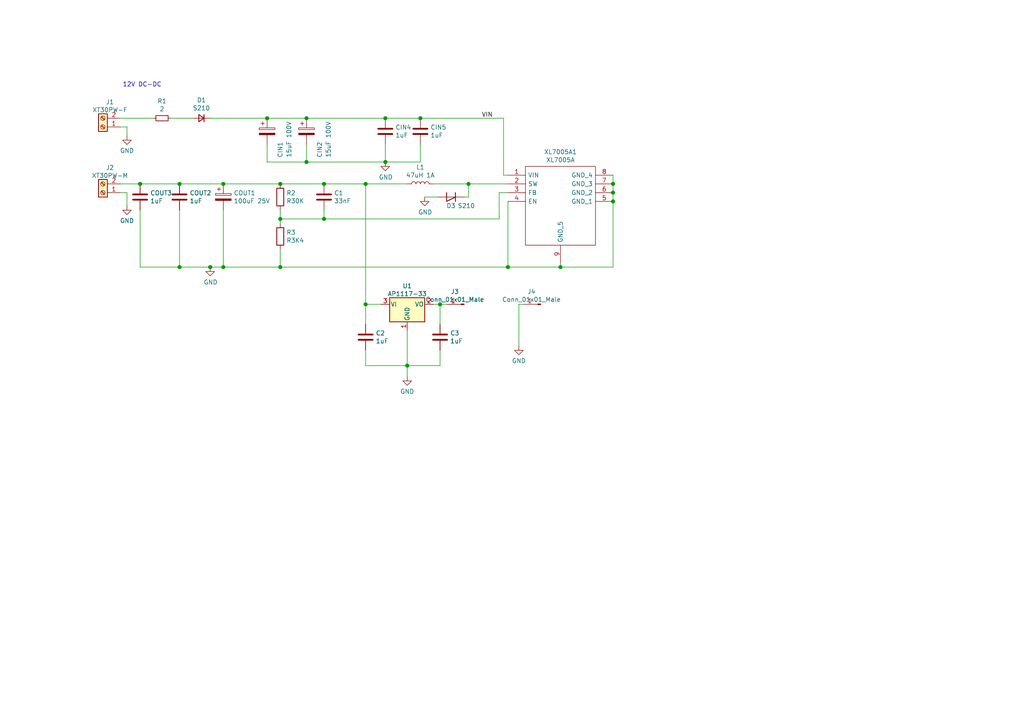
<source format=kicad_sch>
(kicad_sch (version 20210406) (generator eeschema)
  (paper "A4")
  (lib_symbols
    (symbol "Connector:Conn_01x01_Male" (pin_names (offset 1.016) hide)
      (property "Reference" "J" (at 0 2.54 0))
      (property "Value" "Conn_01x01_Male" (at 0 -2.54 0))
      (symbol "Conn_01x01_Male_1_1"
        (rectangle (start 0.8636 0.127) (end 0 -0.127) (stroke (width 0.1524)) (fill (type outline)))
        (polyline (pts (xy 1.27 0) (xy 0.8636 0)) (stroke (width 0.1524)))
        (pin passive line (at 5.08 0 180) (length 3.81) (name "Pin_1") (number "1"))
      )
    )
    (symbol "Connector:Screw_Terminal_01x02" (pin_names (offset 1.016) hide)
      (property "Reference" "J" (at 0 2.54 0))
      (property "Value" "Screw_Terminal_01x02" (at 0 -5.08 0))
      (symbol "Screw_Terminal_01x02_1_1"
        (circle (center 0 -2.54) (radius 0.635) (stroke (width 0.1524)))
        (circle (center 0 0) (radius 0.635) (stroke (width 0.1524)))
        (rectangle (start -1.27 1.27) (end 1.27 -3.81) (stroke (width 0.254)) (fill (type background)))
        (polyline (pts (xy -0.5334 -2.2098) (xy 0.3302 -3.048)) (stroke (width 0.1524)))
        (polyline (pts (xy -0.5334 0.3302) (xy 0.3302 -0.508)) (stroke (width 0.1524)))
        (polyline (pts (xy -0.3556 -2.032) (xy 0.508 -2.8702)) (stroke (width 0.1524)))
        (polyline (pts (xy -0.3556 0.508) (xy 0.508 -0.3302)) (stroke (width 0.1524)))
        (pin passive line (at -5.08 0 0) (length 3.81) (name "Pin_1") (number "1"))
        (pin passive line (at -5.08 -2.54 0) (length 3.81) (name "Pin_2") (number "2"))
      )
    )
    (symbol "Device:C" (pin_numbers hide) (pin_names (offset 0.254))
      (property "Reference" "C" (at 0.635 2.54 0))
      (property "Value" "Device_C" (at 0.635 -2.54 0))
      (symbol "C_0_1"
        (polyline (pts (xy -2.032 -0.762) (xy 2.032 -0.762)) (stroke (width 0.508)))
        (polyline (pts (xy -2.032 0.762) (xy 2.032 0.762)) (stroke (width 0.508)))
      )
      (symbol "C_1_1"
        (pin passive line (at 0 3.81 270) (length 2.794) (name "~") (number "1"))
        (pin passive line (at 0 -3.81 90) (length 2.794) (name "~") (number "2"))
      )
    )
    (symbol "Device:CP" (pin_numbers hide) (pin_names (offset 0.254))
      (property "Reference" "C" (at 0.635 2.54 0))
      (property "Value" "Device_CP" (at 0.635 -2.54 0))
      (symbol "CP_0_1"
        (rectangle (start -2.286 0.508) (end 2.286 1.016))
        (rectangle (start 2.286 -0.508) (end -2.286 -1.016) (fill (type outline)))
        (polyline (pts (xy -1.778 2.286) (xy -0.762 2.286)))
        (polyline (pts (xy -1.27 2.794) (xy -1.27 1.778)))
      )
      (symbol "CP_1_1"
        (pin passive line (at 0 3.81 270) (length 2.794) (name "~") (number "1"))
        (pin passive line (at 0 -3.81 90) (length 2.794) (name "~") (number "2"))
      )
    )
    (symbol "Device:D_Shockley" (pin_numbers hide) (pin_names (offset 1.016) hide)
      (property "Reference" "D" (at 0 2.54 0))
      (property "Value" "Device_D_Shockley" (at 0 -2.54 0))
      (symbol "D_Shockley_0_1"
        (polyline (pts (xy -1.27 0) (xy 1.27 0)))
        (polyline (pts (xy -1.27 1.27) (xy -1.27 -1.27)) (stroke (width 0.254)))
        (polyline (pts (xy -1.27 0) (xy 1.27 1.27) (xy 1.27 -1.27)) (stroke (width 0.254)))
      )
      (symbol "D_Shockley_1_1"
        (pin passive line (at -3.81 0 0) (length 2.54) (name "K") (number "1"))
        (pin passive line (at 3.81 0 180) (length 2.54) (name "A") (number "2"))
      )
    )
    (symbol "Device:D_Small" (pin_numbers hide) (pin_names (offset 0.254) hide)
      (property "Reference" "D" (at -1.27 2.032 0))
      (property "Value" "Device_D_Small" (at -3.81 -2.032 0))
      (symbol "D_Small_0_1"
        (polyline (pts (xy -0.762 -1.016) (xy -0.762 1.016)) (stroke (width 0.254)))
        (polyline (pts (xy -0.762 0) (xy 0.762 0)))
        (polyline (pts (xy 0.762 -1.016) (xy -0.762 0) (xy 0.762 1.016) (xy 0.762 -1.016)) (stroke (width 0.254)))
      )
      (symbol "D_Small_1_1"
        (pin passive line (at -2.54 0 0) (length 1.778) (name "K") (number "1"))
        (pin passive line (at 2.54 0 180) (length 1.778) (name "A") (number "2"))
      )
    )
    (symbol "Device:L" (pin_numbers hide) (pin_names (offset 1.016) hide)
      (property "Reference" "L" (at -1.27 0 90))
      (property "Value" "Device_L" (at 1.905 0 90))
      (symbol "L_0_1"
        (arc (start 0 -2.54) (end 0 -1.27) (radius (at 0 -1.905) (length 0.635) (angles -89.9 89.9)))
        (arc (start 0 -1.27) (end 0 0) (radius (at 0 -0.635) (length 0.635) (angles -89.9 89.9)))
        (arc (start 0 0) (end 0 1.27) (radius (at 0 0.635) (length 0.635) (angles -89.9 89.9)))
        (arc (start 0 1.27) (end 0 2.54) (radius (at 0 1.905) (length 0.635) (angles -89.9 89.9)))
      )
      (symbol "L_1_1"
        (pin passive line (at 0 3.81 270) (length 1.27) (name "1") (number "1"))
        (pin passive line (at 0 -3.81 90) (length 1.27) (name "2") (number "2"))
      )
    )
    (symbol "Device:R" (pin_numbers hide) (pin_names (offset 0))
      (property "Reference" "R" (at 2.032 0 90))
      (property "Value" "Device_R" (at 0 0 90))
      (symbol "R_0_1"
        (rectangle (start -1.016 -2.54) (end 1.016 2.54) (stroke (width 0.254)))
      )
      (symbol "R_1_1"
        (pin passive line (at 0 3.81 270) (length 1.27) (name "~") (number "1"))
        (pin passive line (at 0 -3.81 90) (length 1.27) (name "~") (number "2"))
      )
    )
    (symbol "Device:R_Small" (pin_numbers hide) (pin_names (offset 0.254) hide)
      (property "Reference" "R" (at 0.762 0.508 0))
      (property "Value" "Device_R_Small" (at 0.762 -1.016 0))
      (symbol "R_Small_0_1"
        (rectangle (start -0.762 1.778) (end 0.762 -1.778) (stroke (width 0.2032)))
      )
      (symbol "R_Small_1_1"
        (pin passive line (at 0 2.54 270) (length 0.762) (name "~") (number "1"))
        (pin passive line (at 0 -2.54 90) (length 0.762) (name "~") (number "2"))
      )
    )
    (symbol "Regulator_Linear:AP1117-33" (pin_names (offset 0.254))
      (property "Reference" "U" (at -3.81 3.175 0))
      (property "Value" "AP1117-33" (at 0 3.175 0))
      (symbol "AP1117-33_0_1"
        (rectangle (start -5.08 -5.08) (end 5.08 1.905) (stroke (width 0.254)) (fill (type background)))
      )
      (symbol "AP1117-33_1_1"
        (pin power_in line (at 0 -7.62 90) (length 2.54) (name "GND") (number "1"))
        (pin power_out line (at 7.62 0 180) (length 2.54) (name "VO") (number "2"))
        (pin power_in line (at -7.62 0 0) (length 2.54) (name "VI") (number "3"))
      )
    )
    (symbol "charge-limiter-rescue:XL7005A-xt60-symbols" (pin_names (offset 0.762))
      (property "Reference" "IC" (at 26.67 7.62 0))
      (property "Value" "charge-limiter-rescue_XL7005A-xt60-symbols" (at 26.67 5.08 0))
      (symbol "XL7005A-xt60-symbols_0_0"
        (pin passive line (at 0 0 0) (length 5.08) (name "VIN") (number "1"))
        (pin passive line (at 0 -2.54 0) (length 5.08) (name "SW") (number "2"))
        (pin passive line (at 0 -5.08 0) (length 5.08) (name "FB") (number "3"))
        (pin passive line (at 0 -7.62 0) (length 5.08) (name "EN") (number "4"))
        (pin passive line (at 30.48 -7.62 180) (length 5.08) (name "GND_1") (number "5"))
        (pin passive line (at 30.48 -5.08 180) (length 5.08) (name "GND_2") (number "6"))
        (pin passive line (at 30.48 -2.54 180) (length 5.08) (name "GND_3") (number "7"))
        (pin passive line (at 30.48 0 180) (length 5.08) (name "GND_4") (number "8"))
        (pin passive line (at 15.24 -25.4 90) (length 5.08) (name "GND_5") (number "9"))
      )
      (symbol "XL7005A-xt60-symbols_0_1"
        (polyline (pts (xy 5.08 2.54) (xy 25.4 2.54) (xy 25.4 -20.32) (xy 5.08 -20.32) (xy 5.08 2.54)) (stroke (width 0.1524)))
      )
    )
    (symbol "power:GND" (power) (pin_names (offset 0))
      (property "Value" "power_GND" (at 0 -3.81 0))
      (symbol "GND_0_1"
        (polyline (pts (xy 0 0) (xy 0 -1.27) (xy 1.27 -1.27) (xy 0 -2.54) (xy -1.27 -1.27) (xy 0 -1.27)))
      )
      (symbol "GND_1_1"
        (pin power_in line (at 0 0 270) (length 0) hide (name "GND") (number "1"))
      )
    )
    (symbol "power:GND_1" (power) (pin_names (offset 0))
      (property "Value" "GND" (at 0 -3.81 0))
      (symbol "GND_1_0_1"
        (polyline (pts (xy 0 0) (xy 0 -1.27) (xy 1.27 -1.27) (xy 0 -2.54) (xy -1.27 -1.27) (xy 0 -1.27)))
      )
      (symbol "GND_1_1_1"
        (pin power_in line (at 0 0 270) (length 0) hide (name "GND") (number "1"))
      )
    )
    (symbol "power:GND_2" (power) (pin_names (offset 0))
      (property "Value" "GND" (at 0 -3.81 0))
      (symbol "GND_2_0_1"
        (polyline (pts (xy 0 0) (xy 0 -1.27) (xy 1.27 -1.27) (xy 0 -2.54) (xy -1.27 -1.27) (xy 0 -1.27)))
      )
      (symbol "GND_2_1_1"
        (pin power_in line (at 0 0 270) (length 0) hide (name "GND") (number "1"))
      )
    )
  )
  (junction (at 40.64 53.34) (diameter 1.016))
  (junction (at 52.07 53.34) (diameter 1.016))
  (junction (at 52.07 77.47) (diameter 1.016))
  (junction (at 60.96 77.47) (diameter 1.016))
  (junction (at 64.77 53.34) (diameter 1.016))
  (junction (at 64.77 77.47) (diameter 1.016))
  (junction (at 77.47 34.29) (diameter 1.016))
  (junction (at 81.28 53.34) (diameter 1.016))
  (junction (at 81.28 63.5) (diameter 1.016))
  (junction (at 81.28 77.47) (diameter 1.016))
  (junction (at 88.9 34.29) (diameter 1.016))
  (junction (at 88.9 46.99) (diameter 1.016))
  (junction (at 93.98 53.34) (diameter 1.016))
  (junction (at 93.98 63.5) (diameter 1.016))
  (junction (at 106.045 53.34) (diameter 1.016))
  (junction (at 106.045 88.265) (diameter 1.016))
  (junction (at 111.76 34.29) (diameter 1.016))
  (junction (at 111.76 46.99) (diameter 1.016))
  (junction (at 118.11 106.045) (diameter 1.016))
  (junction (at 121.92 34.29) (diameter 1.016))
  (junction (at 127.635 88.265) (diameter 1.016))
  (junction (at 135.89 53.34) (diameter 1.016))
  (junction (at 147.32 77.47) (diameter 1.016))
  (junction (at 162.56 77.47) (diameter 1.016))
  (junction (at 177.8 53.34) (diameter 1.016))
  (junction (at 177.8 55.88) (diameter 1.016))
  (junction (at 177.8 58.42) (diameter 1.016))
  (wire (pts (xy 34.925 34.29) (xy 44.45 34.29)))
  (wire (pts (xy 34.925 36.83) (xy 36.83 36.83)))
  (wire (pts (xy 34.925 53.34) (xy 40.64 53.34)))
  (wire (pts (xy 34.925 55.88) (xy 36.83 55.88)))
  (wire (pts (xy 36.83 36.83) (xy 36.83 39.37)))
  (wire (pts (xy 36.83 55.88) (xy 36.83 59.69)))
  (wire (pts (xy 40.64 53.34) (xy 52.07 53.34)))
  (wire (pts (xy 40.64 60.96) (xy 40.64 77.47)))
  (wire (pts (xy 40.64 77.47) (xy 52.07 77.47)))
  (wire (pts (xy 49.53 34.29) (xy 55.88 34.29)))
  (wire (pts (xy 52.07 53.34) (xy 64.77 53.34)))
  (wire (pts (xy 52.07 60.96) (xy 52.07 77.47)))
  (wire (pts (xy 52.07 77.47) (xy 60.96 77.47)))
  (wire (pts (xy 60.96 34.29) (xy 77.47 34.29)))
  (wire (pts (xy 64.77 77.47) (xy 60.96 77.47)))
  (wire (pts (xy 64.77 77.47) (xy 64.77 60.96)))
  (wire (pts (xy 77.47 34.29) (xy 88.9 34.29)))
  (wire (pts (xy 77.47 41.91) (xy 77.47 46.99)))
  (wire (pts (xy 77.47 46.99) (xy 88.9 46.99)))
  (wire (pts (xy 81.28 53.34) (xy 64.77 53.34)))
  (wire (pts (xy 81.28 60.96) (xy 81.28 63.5)))
  (wire (pts (xy 81.28 63.5) (xy 81.28 64.77)))
  (wire (pts (xy 81.28 63.5) (xy 93.98 63.5)))
  (wire (pts (xy 81.28 72.39) (xy 81.28 77.47)))
  (wire (pts (xy 81.28 77.47) (xy 64.77 77.47)))
  (wire (pts (xy 88.9 34.29) (xy 111.76 34.29)))
  (wire (pts (xy 88.9 41.91) (xy 88.9 46.99)))
  (wire (pts (xy 88.9 46.99) (xy 111.76 46.99)))
  (wire (pts (xy 93.98 53.34) (xy 81.28 53.34)))
  (wire (pts (xy 93.98 60.96) (xy 93.98 63.5)))
  (wire (pts (xy 93.98 63.5) (xy 144.78 63.5)))
  (wire (pts (xy 106.045 53.34) (xy 93.98 53.34)))
  (wire (pts (xy 106.045 53.34) (xy 106.045 88.265)))
  (wire (pts (xy 106.045 88.265) (xy 106.045 93.98)))
  (wire (pts (xy 106.045 88.265) (xy 110.49 88.265)))
  (wire (pts (xy 106.045 101.6) (xy 106.045 106.045)))
  (wire (pts (xy 106.045 106.045) (xy 118.11 106.045)))
  (wire (pts (xy 111.76 34.29) (xy 121.92 34.29)))
  (wire (pts (xy 111.76 46.99) (xy 111.76 41.91)))
  (wire (pts (xy 111.76 46.99) (xy 121.92 46.99)))
  (wire (pts (xy 118.11 53.34) (xy 106.045 53.34)))
  (wire (pts (xy 118.11 95.885) (xy 118.11 106.045)))
  (wire (pts (xy 118.11 106.045) (xy 118.11 109.22)))
  (wire (pts (xy 121.92 34.29) (xy 146.05 34.29)))
  (wire (pts (xy 121.92 46.99) (xy 121.92 41.91)))
  (wire (pts (xy 125.73 53.34) (xy 135.89 53.34)))
  (wire (pts (xy 125.73 88.265) (xy 127.635 88.265)))
  (wire (pts (xy 127 57.15) (xy 123.19 57.15)))
  (wire (pts (xy 127.635 88.265) (xy 127.635 93.98)))
  (wire (pts (xy 127.635 88.265) (xy 129.54 88.265)))
  (wire (pts (xy 127.635 101.6) (xy 127.635 106.045)))
  (wire (pts (xy 127.635 106.045) (xy 118.11 106.045)))
  (wire (pts (xy 134.62 57.15) (xy 135.89 57.15)))
  (wire (pts (xy 135.89 53.34) (xy 147.32 53.34)))
  (wire (pts (xy 135.89 57.15) (xy 135.89 53.34)))
  (wire (pts (xy 144.78 55.88) (xy 147.32 55.88)))
  (wire (pts (xy 144.78 63.5) (xy 144.78 55.88)))
  (wire (pts (xy 146.05 34.29) (xy 146.05 50.8)))
  (wire (pts (xy 147.32 50.8) (xy 146.05 50.8)))
  (wire (pts (xy 147.32 58.42) (xy 147.32 77.47)))
  (wire (pts (xy 147.32 77.47) (xy 81.28 77.47)))
  (wire (pts (xy 150.495 88.265) (xy 150.495 100.33)))
  (wire (pts (xy 151.765 88.265) (xy 150.495 88.265)))
  (wire (pts (xy 162.56 77.47) (xy 147.32 77.47)))
  (wire (pts (xy 162.56 77.47) (xy 162.56 76.2)))
  (wire (pts (xy 177.8 50.8) (xy 177.8 53.34)))
  (wire (pts (xy 177.8 55.88) (xy 177.8 53.34)))
  (wire (pts (xy 177.8 55.88) (xy 177.8 58.42)))
  (wire (pts (xy 177.8 58.42) (xy 177.8 77.47)))
  (wire (pts (xy 177.8 77.47) (xy 162.56 77.47)))
  (text "12V DC-DC" (at 35.56 25.4 0) (effects (font (size 1.27 1.27)) (justify left bottom)))
  (label "VIN" (at 139.7 34.29 0))
  (symbol (lib_id "Connector:Conn_01x01_Male") (at 134.62 88.265 180) (unit 1)
    (property "Reference" "J3" (at 131.9276 84.5778 0))
    (property "Value" "Conn_01x01_Male" (at 131.9276 86.8765 0))
    (property "Footprint" "Connector_Wire:SolderWirePad_1x01_SMD_1x2mm" (effects hide))
  )
  (symbol (lib_id "Connector:Conn_01x01_Male") (at 156.845 88.265 180) (unit 1)
    (property "Reference" "J4" (at 154.1526 84.5778 0))
    (property "Value" "Conn_01x01_Male" (at 154.1526 86.8765 0))
    (property "Footprint" "Connector_Wire:SolderWirePad_1x01_SMD_1x2mm" (effects hide))
  )
  (symbol (lib_name "power:GND_1") (lib_id "power:GND") (at 36.83 39.37 0) (unit 1)
    (property "Reference" "#PWR0105" (effects hide))
    (property "Value" "GND" (at 36.83 43.6944 0))
  )
  (symbol (lib_name "power:GND_1") (lib_id "power:GND") (at 36.83 59.69 0) (unit 1)
    (property "Reference" "#PWR0104" (effects hide))
    (property "Value" "GND" (at 36.83 64.0144 0))
  )
  (symbol (lib_id "power:GND") (at 60.96 77.47 0) (unit 1)
    (property "Reference" "#PWR0103" (effects hide))
    (property "Value" "GND" (at 61.087 81.8642 0))
  )
  (symbol (lib_id "power:GND") (at 111.76 46.99 0) (unit 1)
    (property "Reference" "#PWR0102" (effects hide))
    (property "Value" "GND" (at 111.887 51.3842 0))
  )
  (symbol (lib_name "power:GND_2") (lib_id "power:GND") (at 118.11 109.22 0) (unit 1)
    (property "Reference" "#PWR0106" (effects hide))
    (property "Value" "GND" (at 118.11 113.5444 0))
  )
  (symbol (lib_id "power:GND") (at 123.19 57.15 0) (unit 1)
    (property "Reference" "#PWR0101" (effects hide))
    (property "Value" "GND" (at 123.317 61.5442 0))
  )
  (symbol (lib_name "power:GND_2") (lib_id "power:GND") (at 150.495 100.33 0) (unit 1)
    (property "Reference" "#PWR0107" (effects hide))
    (property "Value" "GND" (at 150.495 104.6544 0))
  )
  (symbol (lib_id "Device:L") (at 121.92 53.34 90) (unit 1)
    (property "Reference" "L1" (at 121.92 48.514 90))
    (property "Value" "47uH 1A" (at 121.92 50.8254 90))
    (property "Footprint" "Inductor_SMD:L_7.3x7.3_H4.5" (effects hide))
    (property "LCSC Part Number" "C439282" (effects hide))
  )
  (symbol (lib_id "Device:R_Small") (at 46.99 34.29 270) (unit 1)
    (property "Reference" "R1" (at 46.99 29.3116 90))
    (property "Value" "2" (at 46.99 31.623 90))
    (property "Footprint" "Resistor_SMD:R_1210_3225Metric" (effects hide))
    (property "LCSC Part Number" "C105000" (effects hide))
  )
  (symbol (lib_id "Device:D_Small") (at 58.42 34.29 180) (unit 1)
    (property "Reference" "D1" (at 58.42 29.0322 0))
    (property "Value" "S210" (at 58.42 31.3436 0))
    (property "Footprint" "Diode_SMD:D_SMA" (effects hide))
    (property "LCSC Part Number" "C14996" (effects hide))
  )
  (symbol (lib_id "Device:R") (at 81.28 57.15 0) (unit 1)
    (property "Reference" "R2" (at 83.058 55.9816 0) (effects (justify left)))
    (property "Value" "R30K" (at 83.058 58.293 0) (effects (justify left)))
    (property "Footprint" "Resistor_SMD:R_0805_2012Metric" (effects hide))
    (property "LCSC Part Number" "C702861" (effects hide))
  )
  (symbol (lib_id "Device:R") (at 81.28 68.58 0) (unit 1)
    (property "Reference" "R3" (at 83.058 67.4116 0) (effects (justify left)))
    (property "Value" "R3K4" (at 83.058 69.723 0) (effects (justify left)))
    (property "Footprint" "Resistor_SMD:R_0805_2012Metric" (effects hide))
    (property "LCSC Part Number" "C17608 " (effects hide))
  )
  (symbol (lib_id "Device:D_Shockley") (at 130.81 57.15 180) (unit 1)
    (property "Reference" "D3" (at 130.81 59.69 0))
    (property "Value" "S210" (at 135.255 59.69 0))
    (property "Footprint" "Diode_SMD:D_SOD-123" (effects hide))
    (property "LCSC Part Number" "C14996" (effects hide))
  )
  (symbol (lib_id "Connector:Screw_Terminal_01x02") (at 29.845 36.83 180) (unit 1)
    (property "Reference" "J1" (at 31.877 29.5868 0))
    (property "Value" "XT30PW-F" (at 31.877 31.8855 0))
    (property "Footprint" "Connector_AMASS:AMASS_XT30PW-F_1x02_P2.50mm_Horizontal" (effects hide))
  )
  (symbol (lib_id "Connector:Screw_Terminal_01x02") (at 29.845 55.88 180) (unit 1)
    (property "Reference" "J2" (at 31.877 48.6368 0))
    (property "Value" "XT30PW-M" (at 31.877 50.9355 0))
    (property "Footprint" "Connector_AMASS:AMASS_XT30PW-M_1x02_P2.50mm_Horizontal" (effects hide))
    (property "LCSC Part Number" " C431092" (effects hide))
  )
  (symbol (lib_id "Device:C") (at 40.64 57.15 0) (unit 1)
    (property "Reference" "COUT3" (at 43.561 55.9816 0) (effects (justify left)))
    (property "Value" "1uF" (at 43.561 58.293 0) (effects (justify left)))
    (property "Footprint" "Capacitor_SMD:C_1210_3225Metric" (effects hide))
    (property "LCSC Part Number" "C840122" (effects hide))
  )
  (symbol (lib_id "Device:C") (at 52.07 57.15 0) (unit 1)
    (property "Reference" "COUT2" (at 54.991 55.9816 0) (effects (justify left)))
    (property "Value" "1uF" (at 54.991 58.293 0) (effects (justify left)))
    (property "Footprint" "Capacitor_SMD:C_1210_3225Metric" (effects hide))
    (property "LCSC Part Number" "C840122" (effects hide))
  )
  (symbol (lib_id "Device:CP") (at 64.77 57.15 0) (unit 1)
    (property "Reference" "COUT1" (at 67.7672 55.9816 0) (effects (justify left)))
    (property "Value" "100uF 25V" (at 67.7672 58.293 0) (effects (justify left)))
    (property "Footprint" "Capacitor_THT:CP_Radial_D6.3mm_P2.50mm" (effects hide))
    (property "LCSC Part Number" "C216321" (effects hide))
  )
  (symbol (lib_id "Device:CP") (at 77.47 38.1 0) (unit 1)
    (property "Reference" "CIN1" (at 81.28 45.72 90) (effects (justify left)))
    (property "Value" "15uF 100V" (at 83.82 45.72 90) (effects (justify left)))
    (property "Footprint" "Capacitor_THT:CP_Radial_D6.3mm_P2.50mm" (effects hide))
    (property "LCSC Part Number" "C270029" (effects hide))
  )
  (symbol (lib_id "Device:CP") (at 88.9 38.1 0) (unit 1)
    (property "Reference" "CIN2" (at 92.71 45.72 90) (effects (justify left)))
    (property "Value" "15uF 100V" (at 95.25 45.72 90) (effects (justify left)))
    (property "Footprint" "Capacitor_THT:CP_Radial_D6.3mm_P2.50mm" (effects hide))
    (property "LCSC Part Number" "C270029" (effects hide))
  )
  (symbol (lib_id "Device:C") (at 93.98 57.15 0) (unit 1)
    (property "Reference" "C1" (at 96.901 55.9816 0) (effects (justify left)))
    (property "Value" "33nF" (at 96.901 58.293 0) (effects (justify left)))
    (property "Footprint" "Capacitor_SMD:C_0805_2012Metric" (effects hide))
    (property "LCSC Part Number" "C525305" (effects hide))
  )
  (symbol (lib_id "Device:C") (at 106.045 97.79 0) (unit 1)
    (property "Reference" "C2" (at 108.966 96.6216 0) (effects (justify left)))
    (property "Value" "1uF" (at 108.966 98.933 0) (effects (justify left)))
    (property "Footprint" "Capacitor_SMD:C_0805_2012Metric" (effects hide))
    (property "LCSC Part Number" "C28323" (effects hide))
  )
  (symbol (lib_id "Device:C") (at 111.76 38.1 0) (unit 1)
    (property "Reference" "CIN4" (at 114.681 36.9316 0) (effects (justify left)))
    (property "Value" "1uF" (at 114.681 39.243 0) (effects (justify left)))
    (property "Footprint" "Capacitor_SMD:C_1210_3225Metric" (effects hide))
    (property "LCSC Part Number" "C840122" (effects hide))
  )
  (symbol (lib_id "Device:C") (at 121.92 38.1 0) (unit 1)
    (property "Reference" "CIN5" (at 124.841 36.9316 0) (effects (justify left)))
    (property "Value" "1uF" (at 124.841 39.243 0) (effects (justify left)))
    (property "Footprint" "Capacitor_SMD:C_1210_3225Metric" (effects hide))
    (property "LCSC Part Number" "C840122" (effects hide))
  )
  (symbol (lib_id "Device:C") (at 127.635 97.79 0) (unit 1)
    (property "Reference" "C3" (at 130.556 96.6216 0) (effects (justify left)))
    (property "Value" "1uF" (at 130.556 98.933 0) (effects (justify left)))
    (property "Footprint" "Capacitor_SMD:C_0805_2012Metric" (effects hide))
    (property "LCSC Part Number" "C28323" (effects hide))
  )
  (symbol (lib_id "Regulator_Linear:AP1117-33") (at 118.11 88.265 0) (unit 1)
    (property "Reference" "U1" (at 118.11 82.9268 0))
    (property "Value" "AP1117-33" (at 118.11 85.2255 0))
    (property "Footprint" "Package_TO_SOT_SMD:SOT-223-3_TabPin2" (effects hide))
    (property "Datasheet" "http://www.diodes.com/datasheets/AP1117.pdf" (effects hide))
    (property "LCSC Part Number" "C83972 " (effects hide))
  )
  (symbol (lib_id "charge-limiter-rescue:XL7005A-xt60-symbols") (at 147.32 50.8 0) (unit 1)
    (property "Reference" "XL7005A1" (at 162.56 44.069 0))
    (property "Value" "XL7005A" (at 162.56 46.3804 0))
    (property "Footprint" "XL7005A:SOIC127P600X175-9N" (effects hide))
    (property "Datasheet" "http://www.xlsemi.com/datasheet/XL7005A%20datasheet-Chinese.pdf" (effects hide))
    (property "Description" "DC-DC Converters Step-Down Adjustable 1 5V 80V 1.25V 20V 400mA SOP-8_EP_150mil RoHS" (effects hide))
    (property "Height" "1.75" (effects hide))
    (property "Manufacturer_Name" "XLSEMI" (effects hide))
    (property "Manufacturer_Part_Number" "XL7005A" (effects hide))
    (property "Arrow Part Number" "XL7005A" (effects hide))
    (property "LCSC Part Number" "C50848 " (effects hide))
  )
)
</source>
